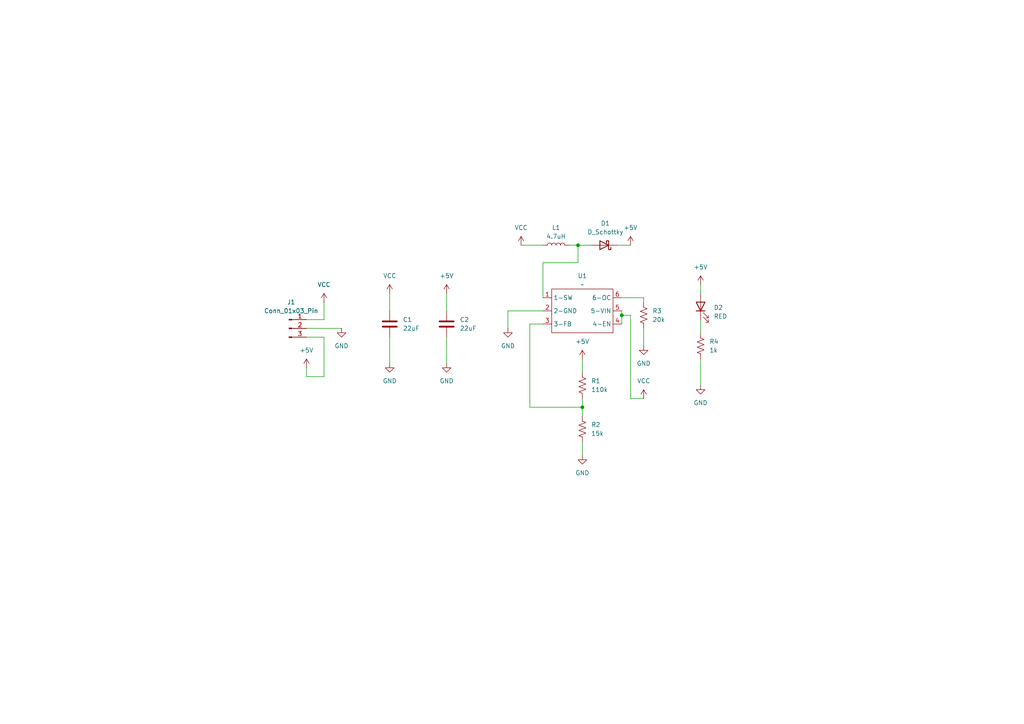
<source format=kicad_sch>
(kicad_sch (version 20250114) (generator "eeschema") (generator_version "9.0")
  (paper "A4")
  (lib_symbols
    (symbol "Connector:Conn_01x03_Pin" (pin_names (offset 1.016) (hide yes))
      (property "Reference" "J" (at 0 5.08 0))
      (property "Value" "Conn_01x03_Pin" (at 0 -5.08 0))
      (symbol "Conn_01x03_Pin_1_1"
        (rectangle (start 0.8636 2.667) (end 0 2.413) (stroke (width 0.1524)) (fill (type outline)))
        (rectangle (start 0.8636 0.127) (end 0 -0.127) (stroke (width 0.1524)) (fill (type outline)))
        (rectangle (start 0.8636 -2.413) (end 0 -2.667) (stroke (width 0.1524)) (fill (type outline)))
        (polyline (pts (xy 1.27 2.54) (xy 0.8636 2.54)) (stroke (width 0.1524)))
        (polyline (pts (xy 1.27 0) (xy 0.8636 0)) (stroke (width 0.1524)))
        (polyline (pts (xy 1.27 -2.54) (xy 0.8636 -2.54)) (stroke (width 0.1524)))
        (pin passive line (at 5.08 2.54 180) (length 3.81) (name "Pin_1") (number "1"))
        (pin passive line (at 5.08 0 180) (length 3.81) (name "Pin_2") (number "2"))
        (pin passive line (at 5.08 -2.54 180) (length 3.81) (name "Pin_3") (number "3"))
      )
    )
    (symbol "Device:C" (pin_numbers (hide yes)) (pin_names (offset 0.254))
      (property "Reference" "C" (at 0.635 2.54 0))
      (property "Value" "C" (at 0.635 -2.54 0))
      (symbol "C_0_1"
        (polyline (pts (xy -2.032 0.762) (xy 2.032 0.762)) (stroke (width 0.508)))
        (polyline (pts (xy -2.032 -0.762) (xy 2.032 -0.762)) (stroke (width 0.508)))
      )
      (symbol "C_1_1"
        (pin passive line (at 0 3.81 270) (length 2.794) (name "~") (number "1"))
        (pin passive line (at 0 -3.81 90) (length 2.794) (name "~") (number "2"))
      )
    )
    (symbol "Device:D_Schottky" (pin_numbers (hide yes)) (pin_names (offset 1.016) (hide yes))
      (property "Reference" "D" (at 0 2.54 0))
      (property "Value" "D_Schottky" (at 0 -2.54 0))
      (symbol "D_Schottky_0_1"
        (polyline (pts (xy -1.905 0.635) (xy -1.905 1.27) (xy -1.27 1.27) (xy -1.27 -1.27) (xy -0.635 -1.27) (xy -0.635 -0.635)) (stroke (width 0.254)))
        (polyline (pts (xy 1.27 1.27) (xy 1.27 -1.27) (xy -1.27 0) (xy 1.27 1.27)) (stroke (width 0.254)))
        (polyline (pts (xy 1.27 0) (xy -1.27 0)))
      )
      (symbol "D_Schottky_1_1"
        (pin passive line (at -3.81 0 0) (length 2.54) (name "K") (number "1"))
        (pin passive line (at 3.81 0 180) (length 2.54) (name "A") (number "2"))
      )
    )
    (symbol "Device:L" (pin_numbers (hide yes)) (pin_names (offset 1.016) (hide yes))
      (property "Reference" "L" (at -1.27 0 90))
      (property "Value" "L" (at 1.905 0 90))
      (symbol "L_0_1"
        (arc (start 0 2.54) (mid 0.6323 1.905) (end 0 1.27))
        (arc (start 0 1.27) (mid 0.6323 0.635) (end 0 0))
        (arc (start 0 0) (mid 0.6323 -0.635) (end 0 -1.27))
        (arc (start 0 -1.27) (mid 0.6323 -1.905) (end 0 -2.54))
      )
      (symbol "L_1_1"
        (pin passive line (at 0 3.81 270) (length 1.27) (name "1") (number "1"))
        (pin passive line (at 0 -3.81 90) (length 1.27) (name "2") (number "2"))
      )
    )
    (symbol "Device:LED" (pin_numbers (hide yes)) (pin_names (offset 1.016) (hide yes))
      (property "Reference" "D" (at 0 2.54 0))
      (property "Value" "LED" (at 0 -2.54 0))
      (symbol "LED_0_1"
        (polyline (pts (xy -3.048 -0.762) (xy -4.572 -2.286) (xy -3.81 -2.286) (xy -4.572 -2.286) (xy -4.572 -1.524)))
        (polyline (pts (xy -1.778 -0.762) (xy -3.302 -2.286) (xy -2.54 -2.286) (xy -3.302 -2.286) (xy -3.302 -1.524)))
        (polyline (pts (xy -1.27 0) (xy 1.27 0)))
        (polyline (pts (xy -1.27 -1.27) (xy -1.27 1.27)) (stroke (width 0.254)))
        (polyline (pts (xy 1.27 -1.27) (xy 1.27 1.27) (xy -1.27 0) (xy 1.27 -1.27)) (stroke (width 0.254)))
      )
      (symbol "LED_1_1"
        (pin passive line (at -3.81 0 0) (length 2.54) (name "K") (number "1"))
        (pin passive line (at 3.81 0 180) (length 2.54) (name "A") (number "2"))
      )
    )
    (symbol "Device:R_US" (pin_numbers (hide yes)) (pin_names (offset 0))
      (property "Reference" "R" (at 2.54 0 90))
      (property "Value" "R_US" (at -2.54 0 90))
      (symbol "R_US_0_1"
        (polyline (pts (xy 0 2.286) (xy 0 2.54)))
        (polyline (pts (xy 0 2.286) (xy 1.016 1.905) (xy 0 1.524) (xy -1.016 1.143) (xy 0 0.762)))
        (polyline (pts (xy 0 0.762) (xy 1.016 0.381) (xy 0 0) (xy -1.016 -0.381) (xy 0 -0.762)))
        (polyline (pts (xy 0 -0.762) (xy 1.016 -1.143) (xy 0 -1.524) (xy -1.016 -1.905) (xy 0 -2.286)))
        (polyline (pts (xy 0 -2.286) (xy 0 -2.54)))
      )
      (symbol "R_US_1_1"
        (pin passive line (at 0 3.81 270) (length 1.27) (name "~") (number "1"))
        (pin passive line (at 0 -3.81 90) (length 1.27) (name "~") (number "2"))
      )
    )
    (symbol "Sensor:REG_better"
      (property "Reference" "U1" (at 0.254 9.398 0))
      (symbol "REG_better_0_1"
        (polyline (pts (xy -8.89 6.35) (xy -8.89 -6.35) (xy 8.89 -6.35) (xy 8.89 6.35) (xy -8.89 6.35)))
      )
      (symbol "REG_better_1_1"
        (pin output line (at -11.43 3.81 0) (length 2.54) (name "1-SW") (number "1"))
        (pin input line (at -11.43 0 0) (length 2.54) (name "2-GND") (number "2"))
        (pin input line (at -11.43 -3.81 0) (length 2.54) (name "3-FB") (number "3"))
        (pin input line (at 11.43 3.81 180) (length 2.54) (name "6-OC") (number "6"))
        (pin input line (at 11.43 0 180) (length 2.54) (name "5-VIN") (number "5"))
        (pin input line (at 11.43 -3.81 180) (length 2.54) (name "4-EN") (number "4"))
      )
    )
    (symbol "power:+5V" (power) (pin_numbers (hide yes)) (pin_names (offset 0) (hide yes))
      (property "Value" "+5V" (at 0 3.556 0))
      (symbol "+5V_0_1"
        (polyline (pts (xy -0.762 1.27) (xy 0 2.54)))
        (polyline (pts (xy 0 2.54) (xy 0.762 1.27)))
        (polyline (pts (xy 0 0) (xy 0 2.54)))
      )
      (symbol "+5V_1_1"
        (pin power_in line (at 0 0 90) (length 0) (name "~") (number "1"))
      )
    )
    (symbol "power:GND" (power) (pin_numbers (hide yes)) (pin_names (offset 0) (hide yes))
      (property "Value" "GND" (at 0 -3.81 0))
      (symbol "GND_0_1"
        (polyline (pts (xy 0 0) (xy 0 -1.27) (xy 1.27 -1.27) (xy 0 -2.54) (xy -1.27 -1.27) (xy 0 -1.27)))
      )
      (symbol "GND_1_1"
        (pin power_in line (at 0 0 270) (length 0) (name "~") (number "1"))
      )
    )
    (symbol "power:VCC" (power) (pin_numbers (hide yes)) (pin_names (offset 0) (hide yes))
      (property "Value" "VCC" (at 0 3.556 0))
      (symbol "VCC_0_1"
        (polyline (pts (xy -0.762 1.27) (xy 0 2.54)))
        (polyline (pts (xy 0 2.54) (xy 0.762 1.27)))
        (polyline (pts (xy 0 0) (xy 0 2.54)))
      )
      (symbol "VCC_1_1"
        (pin power_in line (at 0 0 90) (length 0) (name "~") (number "1"))
      )
    )
  )
  (junction (at 180.34 91.44))
  (junction (at 168.91 118.11))
  (junction (at 167.64 71.12))
  (wire (pts (xy 203.2 92.71) (xy 203.2 96.52)))
  (wire (pts (xy 186.69 87.63) (xy 186.69 86.36)))
  (wire (pts (xy 179.07 71.12) (xy 182.88 71.12)))
  (wire (pts (xy 153.67 93.98) (xy 153.67 118.11)))
  (wire (pts (xy 168.91 115.57) (xy 168.91 118.11)))
  (wire (pts (xy 157.48 93.98) (xy 153.67 93.98)))
  (wire (pts (xy 203.2 82.55) (xy 203.2 85.09)))
  (wire (pts (xy 182.88 115.57) (xy 182.88 91.44)))
  (wire (pts (xy 153.67 118.11) (xy 168.91 118.11)))
  (wire (pts (xy 88.9 109.22) (xy 88.9 106.68)))
  (wire (pts (xy 180.34 86.36) (xy 186.69 86.36)))
  (wire (pts (xy 147.32 90.17) (xy 147.32 95.25)))
  (wire (pts (xy 129.54 97.79) (xy 129.54 105.41)))
  (wire (pts (xy 180.34 90.17) (xy 180.34 91.44)))
  (wire (pts (xy 182.88 91.44) (xy 180.34 91.44)))
  (wire (pts (xy 88.9 95.25) (xy 99.06 95.25)))
  (wire (pts (xy 93.98 87.63) (xy 93.98 92.71)))
  (wire (pts (xy 168.91 118.11) (xy 168.91 120.65)))
  (wire (pts (xy 157.48 76.2) (xy 167.64 76.2)))
  (wire (pts (xy 113.03 97.79) (xy 113.03 105.41)))
  (wire (pts (xy 167.64 71.12) (xy 171.45 71.12)))
  (wire (pts (xy 180.34 91.44) (xy 180.34 93.98)))
  (wire (pts (xy 157.48 90.17) (xy 147.32 90.17)))
  (wire (pts (xy 93.98 97.79) (xy 93.98 109.22)))
  (wire (pts (xy 186.69 115.57) (xy 182.88 115.57)))
  (wire (pts (xy 168.91 128.27) (xy 168.91 132.08)))
  (wire (pts (xy 151.13 71.12) (xy 157.48 71.12)))
  (wire (pts (xy 203.2 104.14) (xy 203.2 111.76)))
  (wire (pts (xy 93.98 109.22) (xy 88.9 109.22)))
  (wire (pts (xy 168.91 104.14) (xy 168.91 107.95)))
  (wire (pts (xy 93.98 92.71) (xy 88.9 92.71)))
  (wire (pts (xy 88.9 97.79) (xy 93.98 97.79)))
  (wire (pts (xy 186.69 95.25) (xy 186.69 100.33)))
  (wire (pts (xy 113.03 85.09) (xy 113.03 90.17)))
  (wire (pts (xy 167.64 76.2) (xy 167.64 71.12)))
  (wire (pts (xy 129.54 85.09) (xy 129.54 90.17)))
  (wire (pts (xy 167.64 71.12) (xy 165.1 71.12)))
  (wire (pts (xy 157.48 86.36) (xy 157.48 76.2)))
  (symbol (lib_id "power:GND") (at 147.32 95.25 0) (unit 1)
    (property "Reference" "#PWR09" (effects (hide yes)))
    (property "Value" "GND" (at 147.32 100.33 0))
    (property "Description" "Power symbol creates a global label with name \"GND\" , ground" (effects (hide yes)))
  )
  (symbol (lib_id "Sensor:REG_better") (at 168.91 90.17 0) (unit 1)
    (property "Reference" "U1" (at 168.91 80.01 0))
    (property "Value" "~" (at 168.91 82.55 0))
    (property "Footprint" "Package_TO_SOT_SMD:SOT-23-6" (effects (hide yes)))
  )
  (symbol (lib_id "power:GND") (at 186.69 100.33 0) (unit 1)
    (property "Reference" "#PWR011" (effects (hide yes)))
    (property "Value" "GND" (at 186.69 105.41 0))
    (property "Description" "Power symbol creates a global label with name \"GND\" , ground" (effects (hide yes)))
  )
  (symbol (lib_id "power:VCC") (at 186.69 115.57 0) (unit 1)
    (property "Reference" "#PWR012" (effects (hide yes)))
    (property "Value" "VCC" (at 186.69 110.49 0))
    (property "Description" "Power symbol creates a global label with name \"VCC\"" (effects (hide yes)))
  )
  (symbol (lib_id "Device:R_US") (at 168.91 124.46 0) (unit 1)
    (property "Reference" "R2" (at 171.45 123.1899 0) (effects (justify left)))
    (property "Value" "15k" (at 171.45 125.7299 0) (effects (justify left)))
    (property "Footprint" "Resistor_SMD:R_0603_1608Metric_Pad0.98x0.95mm_HandSolder" (effects (hide yes)))
    (property "Description" "Resistor, US symbol" (effects (hide yes)))
  )
  (symbol (lib_id "power:+5V") (at 182.88 71.12 0) (unit 1)
    (property "Reference" "#PWR016" (effects (hide yes)))
    (property "Value" "+5V" (at 182.88 66.04 0))
    (property "Description" "Power symbol creates a global label with name \"+5V\"" (effects (hide yes)))
  )
  (symbol (lib_id "Device:R_US") (at 168.91 111.76 0) (unit 1)
    (property "Reference" "R1" (at 171.45 110.4899 0) (effects (justify left)))
    (property "Value" "110k" (at 171.45 113.0299 0) (effects (justify left)))
    (property "Footprint" "Resistor_SMD:R_0402_1005Metric_Pad0.72x0.64mm_HandSolder" (effects (hide yes)))
    (property "Description" "Resistor, US symbol" (effects (hide yes)))
  )
  (symbol (lib_id "power:GND") (at 113.03 105.41 0) (unit 1)
    (property "Reference" "#PWR04" (effects (hide yes)))
    (property "Value" "GND" (at 113.03 110.49 0))
    (property "Description" "Power symbol creates a global label with name \"GND\" , ground" (effects (hide yes)))
  )
  (symbol (lib_id "Device:R_US") (at 203.2 100.33 0) (unit 1)
    (property "Reference" "R4" (at 205.74 99.0599 0) (effects (justify left)))
    (property "Value" "1k" (at 205.74 101.5999 0) (effects (justify left)))
    (property "Footprint" "Resistor_SMD:R_0603_1608Metric_Pad0.98x0.95mm_HandSolder" (effects (hide yes)))
    (property "Description" "Resistor, US symbol" (effects (hide yes)))
  )
  (symbol (lib_id "power:VCC") (at 151.13 71.12 0) (unit 1)
    (property "Reference" "#PWR015" (effects (hide yes)))
    (property "Value" "VCC" (at 151.13 66.04 0))
    (property "Description" "Power symbol creates a global label with name \"VCC\"" (effects (hide yes)))
  )
  (symbol (lib_id "power:GND") (at 203.2 111.76 0) (unit 1)
    (property "Reference" "#PWR014" (effects (hide yes)))
    (property "Value" "GND" (at 203.2 116.84 0))
    (property "Description" "Power symbol creates a global label with name \"GND\" , ground" (effects (hide yes)))
  )
  (symbol (lib_id "power:+5V") (at 203.2 82.55 0) (unit 1)
    (property "Reference" "#PWR013" (effects (hide yes)))
    (property "Value" "+5V" (at 203.2 77.47 0))
    (property "Description" "Power symbol creates a global label with name \"+5V\"" (effects (hide yes)))
  )
  (symbol (lib_id "power:GND") (at 129.54 105.41 0) (unit 1)
    (property "Reference" "#PWR05" (effects (hide yes)))
    (property "Value" "GND" (at 129.54 110.49 0))
    (property "Description" "Power symbol creates a global label with name \"GND\" , ground" (effects (hide yes)))
  )
  (symbol (lib_id "Device:D_Schottky") (at 175.26 71.12 180) (unit 1)
    (property "Reference" "D1" (at 175.5775 64.77 0))
    (property "Value" "D_Schottky" (at 175.5775 67.31 0))
    (property "Footprint" "Diode_SMD:D_SOD-123" (effects (hide yes)))
    (property "Description" "Schottky diode" (effects (hide yes)))
  )
  (symbol (lib_id "power:+5V") (at 88.9 106.68 0) (unit 1)
    (property "Reference" "#PWR01" (effects (hide yes)))
    (property "Value" "+5V" (at 88.9 101.6 0))
    (property "Description" "Power symbol creates a global label with name \"+5V\"" (effects (hide yes)))
  )
  (symbol (lib_id "power:GND") (at 99.06 95.25 0) (unit 1)
    (property "Reference" "#PWR02" (effects (hide yes)))
    (property "Value" "GND" (at 99.06 100.33 0))
    (property "Description" "Power symbol creates a global label with name \"GND\" , ground" (effects (hide yes)))
  )
  (symbol (lib_id "power:VCC") (at 93.98 87.63 0) (unit 1)
    (property "Reference" "#PWR03" (effects (hide yes)))
    (property "Value" "VCC" (at 93.98 82.55 0))
    (property "Description" "Power symbol creates a global label with name \"VCC\"" (effects (hide yes)))
  )
  (symbol (lib_id "Device:R_US") (at 186.69 91.44 0) (unit 1)
    (property "Reference" "R3" (at 189.23 90.1699 0) (effects (justify left)))
    (property "Value" "20k" (at 189.23 92.7099 0) (effects (justify left)))
    (property "Footprint" "Resistor_SMD:R_0603_1608Metric_Pad0.98x0.95mm_HandSolder" (effects (hide yes)))
    (property "Description" "Resistor, US symbol" (effects (hide yes)))
  )
  (symbol (lib_id "Device:L") (at 161.29 71.12 90) (unit 1)
    (property "Reference" "L1" (at 161.29 66.04 90))
    (property "Value" "4.7uH" (at 161.29 68.58 90))
    (property "Footprint" "Inductor_SMD:L_0805_2012Metric" (effects (hide yes)))
    (property "Description" "Inductor" (effects (hide yes)))
  )
  (symbol (lib_id "Device:LED") (at 203.2 88.9 90) (unit 1)
    (property "Reference" "D2" (at 207.01 89.2174 90) (effects (justify right)))
    (property "Value" "RED" (at 207.01 91.7574 90) (effects (justify right)))
    (property "Footprint" "LED_THT:LED_D3.0mm" (effects (hide yes)))
    (property "Description" "Light emitting diode" (effects (hide yes)))
    (property "Sim.Pins" "1=K 2=A" (effects (hide yes)))
  )
  (symbol (lib_id "power:+5V") (at 129.54 85.09 0) (unit 1)
    (property "Reference" "#PWR06" (effects (hide yes)))
    (property "Value" "+5V" (at 129.54 80.01 0))
    (property "Description" "Power symbol creates a global label with name \"+5V\"" (effects (hide yes)))
  )
  (symbol (lib_id "power:VCC") (at 113.03 85.09 0) (unit 1)
    (property "Reference" "#PWR07" (effects (hide yes)))
    (property "Value" "VCC" (at 113.03 80.01 0))
    (property "Description" "Power symbol creates a global label with name \"VCC\"" (effects (hide yes)))
  )
  (symbol (lib_id "Connector:Conn_01x03_Pin") (at 83.82 95.25 0) (unit 1)
    (property "Reference" "J1" (at 84.455 87.63 0))
    (property "Value" "Conn_01x03_Pin" (at 84.455 90.17 0))
    (property "Footprint" "Connector_PinSocket_2.54mm:PinSocket_1x03_P2.54mm_Vertical" (effects (hide yes)))
    (property "Description" "Generic connector, single row, 01x03, script generated" (effects (hide yes)))
  )
  (symbol (lib_id "Device:C") (at 129.54 93.98 0) (unit 1)
    (property "Reference" "C2" (at 133.35 92.7099 0) (effects (justify left)))
    (property "Value" "22uF" (at 133.35 95.2499 0) (effects (justify left)))
    (property "Footprint" "Capacitor_SMD:C_0805_2012Metric" (effects (hide yes)))
    (property "Description" "Unpolarized capacitor" (effects (hide yes)))
  )
  (symbol (lib_id "power:+5V") (at 168.91 104.14 0) (unit 1)
    (property "Reference" "#PWR010" (effects (hide yes)))
    (property "Value" "+5V" (at 168.91 99.06 0))
    (property "Description" "Power symbol creates a global label with name \"+5V\"" (effects (hide yes)))
  )
  (symbol (lib_id "Device:C") (at 113.03 93.98 0) (unit 1)
    (property "Reference" "C1" (at 116.84 92.7099 0) (effects (justify left)))
    (property "Value" "22uF" (at 116.84 95.2499 0) (effects (justify left)))
    (property "Footprint" "Capacitor_SMD:C_0805_2012Metric" (effects (hide yes)))
    (property "Description" "Unpolarized capacitor" (effects (hide yes)))
  )
  (symbol (lib_id "power:GND") (at 168.91 132.08 0) (unit 1)
    (property "Reference" "#PWR08" (effects (hide yes)))
    (property "Value" "GND" (at 168.91 137.16 0))
    (property "Description" "Power symbol creates a global label with name \"GND\" , ground" (effects (hide yes)))
  )
)
</source>
